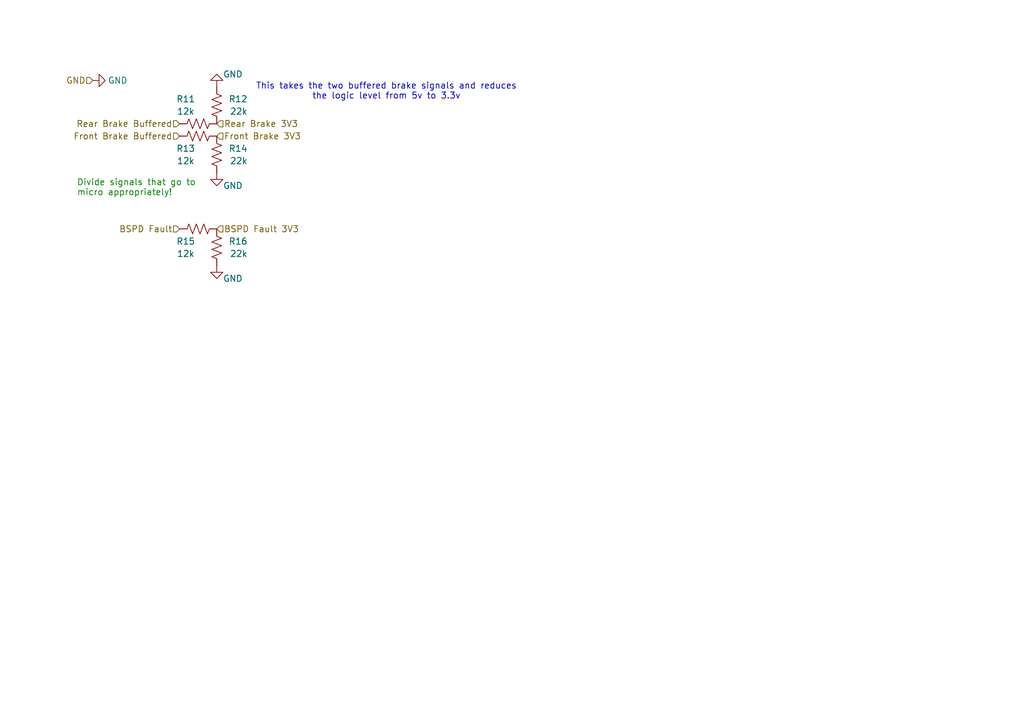
<source format=kicad_sch>
(kicad_sch (version 20231120) (generator "eeschema") (generator_version "8.0")
  (paper "A5")
  (title_block (title "5V to 3V3 Sensor Step Down") (date "2024-07-07") (rev "1.0"))
  (lib_symbols
    (symbol "Device:R_US" (pin_numbers hide) (pin_names (offset 0))
      (property "Reference" "R" (at 2.54 0 90))
      (property "Value" "R_US" (at -2.54 0 90))
      (symbol "R_US_0_1"
        (polyline (pts (xy 0 -2.286) (xy 0 -2.54)))
        (polyline (pts (xy 0 2.286) (xy 0 2.54)))
        (polyline (pts (xy 0 -0.762) (xy 1.016 -1.143) (xy 0 -1.524) (xy -1.016 -1.905) (xy 0 -2.286)))
        (polyline (pts (xy 0 0.762) (xy 1.016 0.381) (xy 0 0) (xy -1.016 -0.381) (xy 0 -0.762)))
        (polyline (pts (xy 0 2.286) (xy 1.016 1.905) (xy 0 1.524) (xy -1.016 1.143) (xy 0 0.762)))
      )
      (symbol "R_US_1_1"
        (pin passive line (at 0 3.81 270) (length 1.27) (name "~") (number "1"))
        (pin passive line (at 0 -3.81 90) (length 1.27) (name "~") (number "2"))
      )
    )
    (symbol "power:GND" (power) (pin_names (offset 0))
      (property "Value" "GND" (at 0 -3.81 0))
      (symbol "GND_0_1"
        (polyline (pts (xy 0 0) (xy 0 -1.27) (xy 1.27 -1.27) (xy 0 -2.54) (xy -1.27 -1.27) (xy 0 -1.27)))
      )
      (symbol "GND_1_1"
        (pin power_in line (at 0 0 270) (length 0) hide (name "GND") (number "1"))
      )
    )
  )
  (text "Divide signals that go to \nmicro appropriately!" (at 15.748 40.386 0) (effects (font (size 1.27 1.27)) (justify left bottom)))
  (text "This takes the two buffered brake signals and reduces\nthe logic level from 5v to 3.3v" (at 79.248 18.796 0) (effects (font (size 1.27 1.27))))
  (hierarchical_label "Rear Brake Buffered" (shape input) (at 36.83 25.4 180))
  (hierarchical_label "Front Brake Buffered" (shape input) (at 36.83 27.94 180))
  (hierarchical_label "GND" (shape input) (at 19.05 16.51 180))
  (hierarchical_label "BSPD Fault 3V3" (shape input) (at 44.45 46.99 0))
  (hierarchical_label "Front Brake 3V3" (shape input) (at 44.45 27.94 0))
  (hierarchical_label "BSPD Fault" (shape input) (at 36.83 46.99 180))
  (hierarchical_label "Rear Brake 3V3" (shape input) (at 44.45 25.4 0))
  (symbol (lib_id "Device:R_US") (at 40.64 46.99 90) (unit 1)
    (property "Reference" "R15" (at 38.1 49.53 90))
    (property "Value" "12k" (at 38.1 52.07 90))
    (property "Footprint" "Resistor_SMD:R_0805_2012Metric_Pad1.20x1.40mm_HandSolder" (effects (hide yes)))
  )
  (symbol (lib_id "Device:R_US") (at 44.45 21.59 180) (unit 1)
    (property "Reference" "R12" (at 50.8 20.32 0) (effects (justify left)))
    (property "Value" "22k" (at 50.8 22.86 0) (effects (justify left)))
    (property "Footprint" "Resistor_SMD:R_0805_2012Metric_Pad1.20x1.40mm_HandSolder" (effects (hide yes)))
  )
  (symbol (lib_id "Device:R_US") (at 40.64 25.4 90) (unit 1)
    (property "Reference" "R11" (at 38.1 20.32 90))
    (property "Value" "12k" (at 38.1 22.86 90))
    (property "Footprint" "Resistor_SMD:R_0805_2012Metric_Pad1.20x1.40mm_HandSolder" (effects (hide yes)))
  )
  (symbol (lib_id "power:GND") (at 19.05 16.51 90) (mirror x) (unit 1)
    (property "Reference" "#PWR0100" (effects (hide yes)))
    (property "Value" "GND" (at 22.098 16.51 90) (effects (justify right)))
  )
  (symbol (lib_id "Device:R_US") (at 44.45 31.75 180) (unit 1)
    (property "Reference" "R14" (at 50.8 30.48 0) (effects (justify left)))
    (property "Value" "22k" (at 50.8 33.02 0) (effects (justify left)))
    (property "Footprint" "Resistor_SMD:R_0805_2012Metric_Pad1.20x1.40mm_HandSolder" (effects (hide yes)))
  )
  (symbol (lib_id "power:GND") (at 44.45 54.61 0) (mirror y) (unit 1)
    (property "Reference" "#PWR055" (effects (hide yes)))
    (property "Value" "GND" (at 45.72 57.15 0) (effects (justify right)))
  )
  (symbol (lib_id "power:GND") (at 44.45 35.56 0) (mirror y) (unit 1)
    (property "Reference" "#PWR066" (effects (hide yes)))
    (property "Value" "GND" (at 45.72 38.1 0) (effects (justify right)))
  )
  (symbol (lib_id "Device:R_US") (at 44.45 50.8 180) (unit 1)
    (property "Reference" "R16" (at 50.8 49.53 0) (effects (justify left)))
    (property "Value" "22k" (at 50.8 52.07 0) (effects (justify left)))
    (property "Footprint" "Resistor_SMD:R_0805_2012Metric_Pad1.20x1.40mm_HandSolder" (effects (hide yes)))
  )
  (symbol (lib_id "Device:R_US") (at 40.64 27.94 90) (unit 1)
    (property "Reference" "R13" (at 38.1 30.48 90))
    (property "Value" "12k" (at 38.1 33.02 90))
    (property "Footprint" "Resistor_SMD:R_0805_2012Metric_Pad1.20x1.40mm_HandSolder" (effects (hide yes)))
  )
  (symbol (lib_id "power:GND") (at 44.45 17.78 180) (unit 1)
    (property "Reference" "#PWR065" (effects (hide yes)))
    (property "Value" "GND" (at 45.72 15.24 0) (effects (justify right)))
  )
)
</source>
